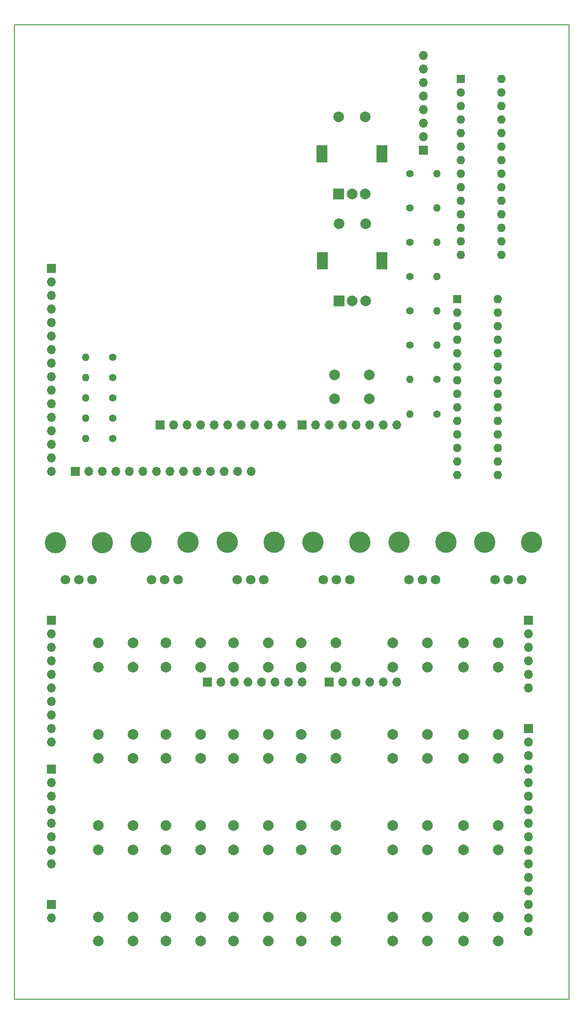
<source format=gbr>
G04 #@! TF.GenerationSoftware,KiCad,Pcbnew,(5.0.0-3-g5ebb6b6)*
G04 #@! TF.CreationDate,2019-07-29T21:46:36+01:00*
G04 #@! TF.ProjectId,DrumMachine-Arduino,4472756D4D616368696E652D41726475,rev?*
G04 #@! TF.SameCoordinates,Original*
G04 #@! TF.FileFunction,Soldermask,Bot*
G04 #@! TF.FilePolarity,Negative*
%FSLAX46Y46*%
G04 Gerber Fmt 4.6, Leading zero omitted, Abs format (unit mm)*
G04 Created by KiCad (PCBNEW (5.0.0-3-g5ebb6b6)) date Monday, 29 July 2019 at 21:46:36*
%MOMM*%
%LPD*%
G01*
G04 APERTURE LIST*
%ADD10C,0.150000*%
%ADD11O,1.700000X1.700000*%
%ADD12R,1.700000X1.700000*%
%ADD13O,1.600000X1.600000*%
%ADD14R,1.600000X1.600000*%
%ADD15O,1.400000X1.400000*%
%ADD16C,1.400000*%
%ADD17C,2.000000*%
%ADD18R,2.000000X2.000000*%
%ADD19R,2.000000X3.200000*%
%ADD20C,1.800000*%
%ADD21C,4.000000*%
G04 APERTURE END LIST*
D10*
X105918000Y-217805000D02*
X105918000Y-34925000D01*
X210058000Y-217805000D02*
X105918000Y-217805000D01*
X210058000Y-34925000D02*
X210058000Y-217805000D01*
X105918000Y-34925000D02*
X210058000Y-34925000D01*
D11*
G04 #@! TO.C,P2*
X177736000Y-158306000D03*
X175196000Y-158306000D03*
X172656000Y-158306000D03*
X170116000Y-158306000D03*
X167576000Y-158306000D03*
D12*
X165036000Y-158306000D03*
G04 #@! TD*
D11*
G04 #@! TO.C,P1*
X159956000Y-158306000D03*
X157416000Y-158306000D03*
X154876000Y-158306000D03*
X152336000Y-158306000D03*
X149796000Y-158306000D03*
X147256000Y-158306000D03*
X144716000Y-158306000D03*
D12*
X142176000Y-158306000D03*
G04 #@! TD*
G04 #@! TO.C,P4*
X159956000Y-110046000D03*
D11*
X162496000Y-110046000D03*
X165036000Y-110046000D03*
X167576000Y-110046000D03*
X170116000Y-110046000D03*
X172656000Y-110046000D03*
X175196000Y-110046000D03*
X177736000Y-110046000D03*
G04 #@! TD*
G04 #@! TO.C,P3*
X156146000Y-110041000D03*
X153606000Y-110041000D03*
X151066000Y-110041000D03*
X148526000Y-110041000D03*
X145986000Y-110041000D03*
X143446000Y-110041000D03*
X140906000Y-110041000D03*
X138366000Y-110041000D03*
X135826000Y-110041000D03*
D12*
X133286000Y-110041000D03*
G04 #@! TD*
D13*
G04 #@! TO.C,U1*
X197358000Y-45085000D03*
X189738000Y-78105000D03*
X197358000Y-47625000D03*
X189738000Y-75565000D03*
X197358000Y-50165000D03*
X189738000Y-73025000D03*
X197358000Y-52705000D03*
X189738000Y-70485000D03*
X197358000Y-55245000D03*
X189738000Y-67945000D03*
X197358000Y-57785000D03*
X189738000Y-65405000D03*
X197358000Y-60325000D03*
X189738000Y-62865000D03*
X197358000Y-62865000D03*
X189738000Y-60325000D03*
X197358000Y-65405000D03*
X189738000Y-57785000D03*
X197358000Y-67945000D03*
X189738000Y-55245000D03*
X197358000Y-70485000D03*
X189738000Y-52705000D03*
X197358000Y-73025000D03*
X189738000Y-50165000D03*
X197358000Y-75565000D03*
X189738000Y-47625000D03*
X197358000Y-78105000D03*
D14*
X189738000Y-45085000D03*
G04 #@! TD*
D15*
G04 #@! TO.C,R1*
X119316000Y-97345500D03*
D16*
X124396000Y-97345500D03*
G04 #@! TD*
D15*
G04 #@! TO.C,R2*
X119316000Y-101156000D03*
D16*
X124396000Y-101156000D03*
G04 #@! TD*
D11*
G04 #@! TO.C,J7*
X112903000Y-169545000D03*
X112903000Y-167005000D03*
X112903000Y-164465000D03*
X112903000Y-161925000D03*
X112903000Y-159385000D03*
X112903000Y-156845000D03*
X112903000Y-154305000D03*
X112903000Y-151765000D03*
X112903000Y-149225000D03*
D12*
X112903000Y-146685000D03*
G04 #@! TD*
D11*
G04 #@! TO.C,J8*
X182753000Y-40640000D03*
X182753000Y-43180000D03*
X182753000Y-45720000D03*
X182753000Y-48260000D03*
X182753000Y-50800000D03*
X182753000Y-53340000D03*
X182753000Y-55880000D03*
D12*
X182753000Y-58420000D03*
G04 #@! TD*
D13*
G04 #@! TO.C,U2*
X196723000Y-86360000D03*
X189103000Y-119380000D03*
X196723000Y-88900000D03*
X189103000Y-116840000D03*
X196723000Y-91440000D03*
X189103000Y-114300000D03*
X196723000Y-93980000D03*
X189103000Y-111760000D03*
X196723000Y-96520000D03*
X189103000Y-109220000D03*
X196723000Y-99060000D03*
X189103000Y-106680000D03*
X196723000Y-101600000D03*
X189103000Y-104140000D03*
X196723000Y-104140000D03*
X189103000Y-101600000D03*
X196723000Y-106680000D03*
X189103000Y-99060000D03*
X196723000Y-109220000D03*
X189103000Y-96520000D03*
X196723000Y-111760000D03*
X189103000Y-93980000D03*
X196723000Y-114300000D03*
X189103000Y-91440000D03*
X196723000Y-116840000D03*
X189103000Y-88900000D03*
X196723000Y-119380000D03*
D14*
X189103000Y-86360000D03*
G04 #@! TD*
D17*
G04 #@! TO.C,SW1*
X128218000Y-150945000D03*
X128218000Y-155445000D03*
X121718000Y-150945000D03*
X121718000Y-155445000D03*
G04 #@! TD*
G04 #@! TO.C,SW2*
X140918000Y-150945000D03*
X140918000Y-155445000D03*
X134418000Y-150945000D03*
X134418000Y-155445000D03*
G04 #@! TD*
G04 #@! TO.C,SW3*
X153618000Y-150945000D03*
X153618000Y-155445000D03*
X147118000Y-150945000D03*
X147118000Y-155445000D03*
G04 #@! TD*
G04 #@! TO.C,SW4*
X166318000Y-150945000D03*
X166318000Y-155445000D03*
X159818000Y-150945000D03*
X159818000Y-155445000D03*
G04 #@! TD*
G04 #@! TO.C,SW5*
X128218000Y-168090000D03*
X128218000Y-172590000D03*
X121718000Y-168090000D03*
X121718000Y-172590000D03*
G04 #@! TD*
G04 #@! TO.C,SW6*
X140918000Y-168090000D03*
X140918000Y-172590000D03*
X134418000Y-168090000D03*
X134418000Y-172590000D03*
G04 #@! TD*
G04 #@! TO.C,SW7*
X153618000Y-168090000D03*
X153618000Y-172590000D03*
X147118000Y-168090000D03*
X147118000Y-172590000D03*
G04 #@! TD*
G04 #@! TO.C,SW8*
X166318000Y-168090000D03*
X166318000Y-172590000D03*
X159818000Y-168090000D03*
X159818000Y-172590000D03*
G04 #@! TD*
G04 #@! TO.C,SW9*
X128218000Y-185235000D03*
X128218000Y-189735000D03*
X121718000Y-185235000D03*
X121718000Y-189735000D03*
G04 #@! TD*
G04 #@! TO.C,SW10*
X140918000Y-185235000D03*
X140918000Y-189735000D03*
X134418000Y-185235000D03*
X134418000Y-189735000D03*
G04 #@! TD*
G04 #@! TO.C,SW11*
X153618000Y-185235000D03*
X153618000Y-189735000D03*
X147118000Y-185235000D03*
X147118000Y-189735000D03*
G04 #@! TD*
G04 #@! TO.C,SW12*
X166318000Y-185235000D03*
X166318000Y-189735000D03*
X159818000Y-185235000D03*
X159818000Y-189735000D03*
G04 #@! TD*
G04 #@! TO.C,SW13*
X128218000Y-202380000D03*
X128218000Y-206880000D03*
X121718000Y-202380000D03*
X121718000Y-206880000D03*
G04 #@! TD*
G04 #@! TO.C,SW14*
X140918000Y-202380000D03*
X140918000Y-206880000D03*
X134418000Y-202380000D03*
X134418000Y-206880000D03*
G04 #@! TD*
G04 #@! TO.C,SW15*
X153618000Y-202380000D03*
X153618000Y-206880000D03*
X147118000Y-202380000D03*
X147118000Y-206880000D03*
G04 #@! TD*
G04 #@! TO.C,SW16*
X166318000Y-202380000D03*
X166318000Y-206880000D03*
X159818000Y-202380000D03*
X159818000Y-206880000D03*
G04 #@! TD*
G04 #@! TO.C,SW17*
X183463000Y-150945000D03*
X183463000Y-155445000D03*
X176963000Y-150945000D03*
X176963000Y-155445000D03*
G04 #@! TD*
G04 #@! TO.C,SW18*
X183463000Y-168090000D03*
X183463000Y-172590000D03*
X176963000Y-168090000D03*
X176963000Y-172590000D03*
G04 #@! TD*
G04 #@! TO.C,SW19*
X183463000Y-185235000D03*
X183463000Y-189735000D03*
X176963000Y-185235000D03*
X176963000Y-189735000D03*
G04 #@! TD*
G04 #@! TO.C,SW20*
X183463000Y-202380000D03*
X183463000Y-206880000D03*
X176963000Y-202380000D03*
X176963000Y-206880000D03*
G04 #@! TD*
G04 #@! TO.C,SW21*
X196798000Y-150945000D03*
X196798000Y-155445000D03*
X190298000Y-150945000D03*
X190298000Y-155445000D03*
G04 #@! TD*
G04 #@! TO.C,SW22*
X196798000Y-168090000D03*
X196798000Y-172590000D03*
X190298000Y-168090000D03*
X190298000Y-172590000D03*
G04 #@! TD*
G04 #@! TO.C,SW23*
X196798000Y-185235000D03*
X196798000Y-189735000D03*
X190298000Y-185235000D03*
X190298000Y-189735000D03*
G04 #@! TD*
G04 #@! TO.C,SW24*
X196798000Y-202380000D03*
X196798000Y-206880000D03*
X190298000Y-202380000D03*
X190298000Y-206880000D03*
G04 #@! TD*
G04 #@! TO.C,SW25*
X172568000Y-100584000D03*
X172568000Y-105084000D03*
X166068000Y-100584000D03*
X166068000Y-105084000D03*
G04 #@! TD*
D18*
G04 #@! TO.C,SW26*
X166878000Y-86741000D03*
D17*
X169378000Y-86741000D03*
X171878000Y-86741000D03*
D19*
X163778000Y-79241000D03*
X174978000Y-79241000D03*
D17*
X166878000Y-72241000D03*
X171878000Y-72241000D03*
G04 #@! TD*
D18*
G04 #@! TO.C,SW27*
X166818000Y-66675000D03*
D17*
X169318000Y-66675000D03*
X171818000Y-66675000D03*
D19*
X163718000Y-59175000D03*
X174918000Y-59175000D03*
D17*
X166818000Y-52175000D03*
X171818000Y-52175000D03*
G04 #@! TD*
D20*
G04 #@! TO.C,RV1*
X115528000Y-139080000D03*
X118028000Y-139080000D03*
X120528000Y-139080000D03*
D21*
X113628000Y-132080000D03*
X122428000Y-132080000D03*
G04 #@! TD*
D20*
G04 #@! TO.C,RV2*
X131656000Y-139065000D03*
X134156000Y-139065000D03*
X136656000Y-139065000D03*
D21*
X129756000Y-132065000D03*
X138556000Y-132065000D03*
G04 #@! TD*
D20*
G04 #@! TO.C,RV3*
X147784000Y-139065000D03*
X150284000Y-139065000D03*
X152784000Y-139065000D03*
D21*
X145884000Y-132065000D03*
X154684000Y-132065000D03*
G04 #@! TD*
D20*
G04 #@! TO.C,RV4*
X163912000Y-139065000D03*
X166412000Y-139065000D03*
X168912000Y-139065000D03*
D21*
X162012000Y-132065000D03*
X170812000Y-132065000D03*
G04 #@! TD*
D20*
G04 #@! TO.C,RV5*
X180040000Y-139065000D03*
X182540000Y-139065000D03*
X185040000Y-139065000D03*
D21*
X178140000Y-132065000D03*
X186940000Y-132065000D03*
G04 #@! TD*
D20*
G04 #@! TO.C,RV6*
X196168000Y-139065000D03*
X198668000Y-139065000D03*
X201168000Y-139065000D03*
D21*
X194268000Y-132065000D03*
X203068000Y-132065000D03*
G04 #@! TD*
D11*
G04 #@! TO.C,J1*
X112903000Y-118745000D03*
X112903000Y-116205000D03*
X112903000Y-113665000D03*
X112903000Y-111125000D03*
X112903000Y-108585000D03*
X112903000Y-106045000D03*
X112903000Y-103505000D03*
X112903000Y-100965000D03*
X112903000Y-98425000D03*
X112903000Y-95885000D03*
X112903000Y-93345000D03*
X112903000Y-90805000D03*
X112903000Y-88265000D03*
X112903000Y-85725000D03*
X112903000Y-83185000D03*
D12*
X112903000Y-80645000D03*
G04 #@! TD*
G04 #@! TO.C,J2*
X112903000Y-200025000D03*
D11*
X112903000Y-202565000D03*
G04 #@! TD*
D12*
G04 #@! TO.C,J3*
X202438000Y-167005000D03*
D11*
X202438000Y-169545000D03*
X202438000Y-172085000D03*
X202438000Y-174625000D03*
X202438000Y-177165000D03*
X202438000Y-179705000D03*
X202438000Y-182245000D03*
X202438000Y-184785000D03*
X202438000Y-187325000D03*
X202438000Y-189865000D03*
X202438000Y-192405000D03*
X202438000Y-194945000D03*
X202438000Y-197485000D03*
X202438000Y-200025000D03*
X202438000Y-202565000D03*
X202438000Y-205105000D03*
G04 #@! TD*
D12*
G04 #@! TO.C,J4*
X112903000Y-174625000D03*
D11*
X112903000Y-177165000D03*
X112903000Y-179705000D03*
X112903000Y-182245000D03*
X112903000Y-184785000D03*
X112903000Y-187325000D03*
X112903000Y-189865000D03*
X112903000Y-192405000D03*
G04 #@! TD*
D12*
G04 #@! TO.C,J5*
X202438000Y-146685000D03*
D11*
X202438000Y-149225000D03*
X202438000Y-151765000D03*
X202438000Y-154305000D03*
X202438000Y-156845000D03*
X202438000Y-159385000D03*
G04 #@! TD*
D12*
G04 #@! TO.C,J6*
X117348000Y-118745000D03*
D11*
X119888000Y-118745000D03*
X122428000Y-118745000D03*
X124968000Y-118745000D03*
X127508000Y-118745000D03*
X130048000Y-118745000D03*
X132588000Y-118745000D03*
X135128000Y-118745000D03*
X137668000Y-118745000D03*
X140208000Y-118745000D03*
X142748000Y-118745000D03*
X145288000Y-118745000D03*
X147828000Y-118745000D03*
X150368000Y-118745000D03*
G04 #@! TD*
D16*
G04 #@! TO.C,R3*
X124396000Y-104966000D03*
D15*
X119316000Y-104966000D03*
G04 #@! TD*
G04 #@! TO.C,R4*
X119316000Y-108776000D03*
D16*
X124396000Y-108776000D03*
G04 #@! TD*
G04 #@! TO.C,R29*
X185293000Y-107950000D03*
D15*
X180213000Y-107950000D03*
G04 #@! TD*
D16*
G04 #@! TO.C,R30*
X185293000Y-101509000D03*
D15*
X180213000Y-101509000D03*
G04 #@! TD*
G04 #@! TO.C,R31*
X185293000Y-95068600D03*
D16*
X180213000Y-95068600D03*
G04 #@! TD*
D15*
G04 #@! TO.C,R32*
X185293000Y-88627900D03*
D16*
X180213000Y-88627900D03*
G04 #@! TD*
G04 #@! TO.C,R33*
X180213000Y-82187100D03*
D15*
X185293000Y-82187100D03*
G04 #@! TD*
G04 #@! TO.C,R34*
X185293000Y-75746400D03*
D16*
X180213000Y-75746400D03*
G04 #@! TD*
G04 #@! TO.C,R35*
X180213000Y-69305700D03*
D15*
X185293000Y-69305700D03*
G04 #@! TD*
G04 #@! TO.C,R36*
X185293000Y-62865000D03*
D16*
X180213000Y-62865000D03*
G04 #@! TD*
G04 #@! TO.C,WS2812B_R1*
X124396000Y-112586000D03*
D15*
X119316000Y-112586000D03*
G04 #@! TD*
M02*

</source>
